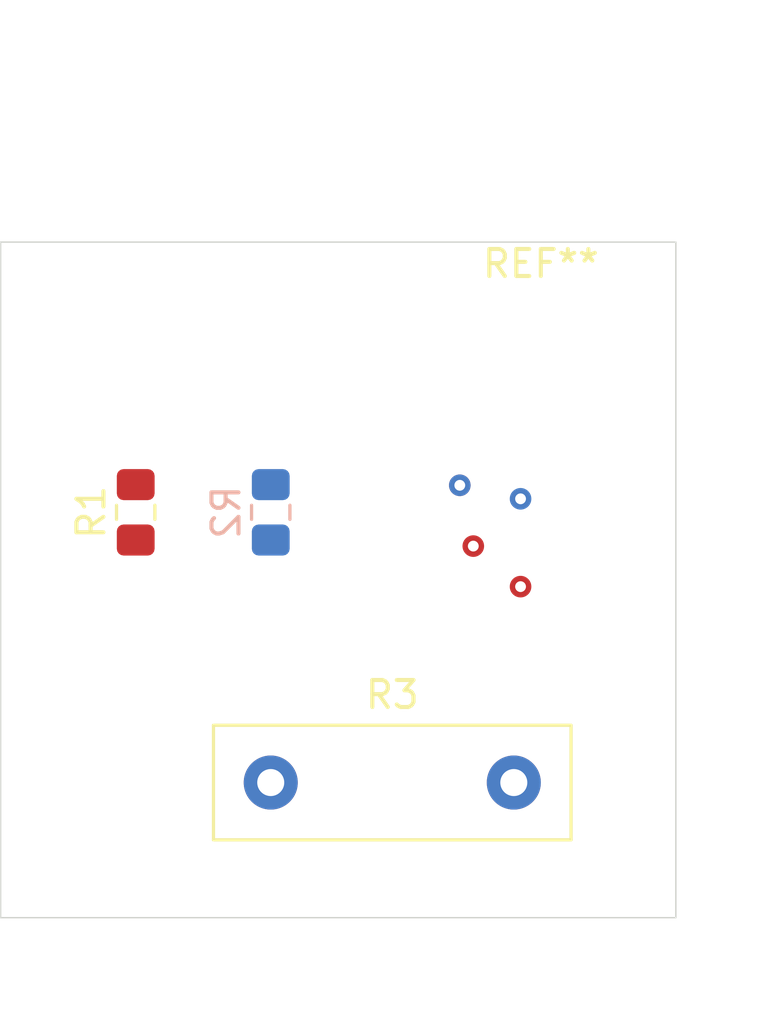
<source format=kicad_pcb>
(kicad_pcb (version 20171130) (host pcbnew 5.1.9+dfsg1-1~bpo10+1)

  (general
    (thickness 1.6)
    (drawings 4)
    (tracks 4)
    (zones 0)
    (modules 4)
    (nets 1)
  )

  (page A4)
  (layers
    (0 F.Cu signal)
    (1 El1 signal)
    (2 In2.Cu signal)
    (31 B.Cu signal)
    (32 B.Adhes user)
    (33 F.Adhes user)
    (34 B.Paste user)
    (35 F.Paste user)
    (36 B.SilkS user)
    (37 F.SilkS user)
    (38 B.Mask user)
    (39 F.Mask user)
    (40 Dwgs.User user)
    (41 Cmts.User user)
    (42 Eco1.User user)
    (43 Eco2.User user)
    (44 Edge.Cuts user)
    (45 Margin user)
    (46 B.CrtYd user)
    (47 F.CrtYd user)
    (48 B.Fab user)
    (49 F.Fab user)
  )

  (setup
    (last_trace_width 0.25)
    (trace_clearance 0.2)
    (zone_clearance 0.508)
    (zone_45_only no)
    (trace_min 0.2)
    (via_size 0.8)
    (via_drill 0.4)
    (via_min_size 0.4)
    (via_min_drill 0.3)
    (uvia_size 0.3)
    (uvia_drill 0.1)
    (uvias_allowed no)
    (uvia_min_size 0.2)
    (uvia_min_drill 0.1)
    (edge_width 0.05)
    (segment_width 0.2)
    (pcb_text_width 0.3)
    (pcb_text_size 1.5 1.5)
    (mod_edge_width 0.12)
    (mod_text_size 1 1)
    (mod_text_width 0.15)
    (pad_size 1.524 1.524)
    (pad_drill 0.762)
    (pad_to_mask_clearance 0.051)
    (solder_mask_min_width 0.25)
    (aux_axis_origin 0 0)
    (visible_elements FFFFFF7F)
    (pcbplotparams
      (layerselection 0x010fc_ffffffff)
      (usegerberextensions false)
      (usegerberattributes false)
      (usegerberadvancedattributes false)
      (creategerberjobfile false)
      (excludeedgelayer true)
      (linewidth 0.100000)
      (plotframeref false)
      (viasonmask false)
      (mode 1)
      (useauxorigin false)
      (hpglpennumber 1)
      (hpglpenspeed 20)
      (hpglpendiameter 15.000000)
      (psnegative false)
      (psa4output false)
      (plotreference true)
      (plotvalue true)
      (plotinvisibletext false)
      (padsonsilk false)
      (subtractmaskfromsilk false)
      (outputformat 1)
      (mirror false)
      (drillshape 1)
      (scaleselection 1)
      (outputdirectory ""))
  )

  (net 0 "")

  (net_class Default "Esta es la clase de red por defecto."
    (clearance 0.2)
    (trace_width 0.25)
    (via_dia 0.8)
    (via_drill 0.4)
    (uvia_dia 0.3)
    (uvia_drill 0.1)
  )

  (module MountingHole:MountingHole_2.1mm (layer F.Cu) (tedit 5B924765) (tstamp 5EBE1AA4)
    (at 120 29)
    (descr "Mounting Hole 2.1mm, no annular")
    (tags "mounting hole 2.1mm no annular")
    (attr virtual)
    (fp_text reference REF** (at 0 -3.2) (layer F.SilkS)
      (effects (font (size 1 1) (thickness 0.15)))
    )
    (fp_text value MountingHole_2.1mm (at 0 3.2) (layer F.Fab)
      (effects (font (size 1 1) (thickness 0.15)))
    )
    (fp_circle (center 0 0) (end 2.1 0) (layer Cmts.User) (width 0.15))
    (fp_circle (center 0 0) (end 2.35 0) (layer F.CrtYd) (width 0.05))
    (fp_text user %R (at 0.3 0) (layer F.Fab)
      (effects (font (size 1 1) (thickness 0.15)))
    )
    (pad "" np_thru_hole circle (at 0 0) (size 2.1 2.1) (drill 2.1) (layers *.Cu *.Mask))
  )

  (module Resistor_THT:R_Box_L13.0mm_W4.0mm_P9.00mm (layer F.Cu) (tedit 5AE5139B) (tstamp 5EA76EC0)
    (at 110 45)
    (descr "Resistor, Box series, Radial, pin pitch=9.00mm, 2W, length*width=13.0*4.0mm^2, http://www.produktinfo.conrad.com/datenblaetter/425000-449999/443860-da-01-de-METALLBAND_WIDERSTAND_0_1_OHM_5W_5Pr.pdf")
    (tags "Resistor Box series Radial pin pitch 9.00mm 2W length 13.0mm width 4.0mm")
    (fp_text reference R3 (at 4.5 -3.25) (layer F.SilkS)
      (effects (font (size 1 1) (thickness 0.15)))
    )
    (fp_text value R_Box_L13.0mm_W4.0mm_P9.00mm (at 4.5 3.25) (layer F.Fab)
      (effects (font (size 1 1) (thickness 0.15)))
    )
    (fp_line (start -2 -2) (end -2 2) (layer F.Fab) (width 0.1))
    (fp_line (start -2 2) (end 11 2) (layer F.Fab) (width 0.1))
    (fp_line (start 11 2) (end 11 -2) (layer F.Fab) (width 0.1))
    (fp_line (start 11 -2) (end -2 -2) (layer F.Fab) (width 0.1))
    (fp_line (start -2.12 -2.12) (end 11.12 -2.12) (layer F.SilkS) (width 0.12))
    (fp_line (start -2.12 2.12) (end 11.12 2.12) (layer F.SilkS) (width 0.12))
    (fp_line (start -2.12 -2.12) (end -2.12 2.12) (layer F.SilkS) (width 0.12))
    (fp_line (start 11.12 -2.12) (end 11.12 2.12) (layer F.SilkS) (width 0.12))
    (fp_line (start -2.25 -2.25) (end -2.25 2.25) (layer F.CrtYd) (width 0.05))
    (fp_line (start -2.25 2.25) (end 11.25 2.25) (layer F.CrtYd) (width 0.05))
    (fp_line (start 11.25 2.25) (end 11.25 -2.25) (layer F.CrtYd) (width 0.05))
    (fp_line (start 11.25 -2.25) (end -2.25 -2.25) (layer F.CrtYd) (width 0.05))
    (fp_text user 300 (at 4.5 0) (layer F.Fab)
      (effects (font (size 1 1) (thickness 0.15)))
    )
    (pad 2 thru_hole circle (at 9 0) (size 2 2) (drill 1) (layers *.Cu *.Mask))
    (pad 1 thru_hole circle (at 0 0) (size 2 2) (drill 1) (layers *.Cu *.Mask))
    (model ${KISYS3DMOD}/Resistor_THT.3dshapes/R_Box_L13.0mm_W4.0mm_P9.00mm.wrl
      (at (xyz 0 0 0))
      (scale (xyz 1 1 1))
      (rotate (xyz 0 0 0))
    )
  )

  (module Resistor_SMD:R_0805_2012Metric_Pad1.15x1.40mm_HandSolder (layer B.Cu) (tedit 5B36C52B) (tstamp 5EA76DE9)
    (at 110 35 270)
    (descr "Resistor SMD 0805 (2012 Metric), square (rectangular) end terminal, IPC_7351 nominal with elongated pad for handsoldering. (Body size source: https://docs.google.com/spreadsheets/d/1BsfQQcO9C6DZCsRaXUlFlo91Tg2WpOkGARC1WS5S8t0/edit?usp=sharing), generated with kicad-footprint-generator")
    (tags "resistor handsolder")
    (attr smd)
    (fp_text reference R2 (at 0 1.65 270) (layer B.SilkS)
      (effects (font (size 1 1) (thickness 0.15)) (justify mirror))
    )
    (fp_text value R_0805_2012Metric_Pad1.15x1.40mm_HandSolder (at 0 -1.65 270) (layer B.Fab)
      (effects (font (size 1 1) (thickness 0.15)) (justify mirror))
    )
    (fp_line (start -1 -0.6) (end -1 0.6) (layer B.Fab) (width 0.1))
    (fp_line (start -1 0.6) (end 1 0.6) (layer B.Fab) (width 0.1))
    (fp_line (start 1 0.6) (end 1 -0.6) (layer B.Fab) (width 0.1))
    (fp_line (start 1 -0.6) (end -1 -0.6) (layer B.Fab) (width 0.1))
    (fp_line (start -0.261252 0.71) (end 0.261252 0.71) (layer B.SilkS) (width 0.12))
    (fp_line (start -0.261252 -0.71) (end 0.261252 -0.71) (layer B.SilkS) (width 0.12))
    (fp_line (start -1.85 -0.95) (end -1.85 0.95) (layer B.CrtYd) (width 0.05))
    (fp_line (start -1.85 0.95) (end 1.85 0.95) (layer B.CrtYd) (width 0.05))
    (fp_line (start 1.85 0.95) (end 1.85 -0.95) (layer B.CrtYd) (width 0.05))
    (fp_line (start 1.85 -0.95) (end -1.85 -0.95) (layer B.CrtYd) (width 0.05))
    (fp_text user 150 (at 0 0 270) (layer B.Fab)
      (effects (font (size 0.5 0.5) (thickness 0.08)) (justify mirror))
    )
    (pad 2 smd roundrect (at 1.025 0 270) (size 1.15 1.4) (layers B.Cu B.Paste B.Mask) (roundrect_rratio 0.217391))
    (pad 1 smd roundrect (at -1.025 0 270) (size 1.15 1.4) (layers B.Cu B.Paste B.Mask) (roundrect_rratio 0.217391))
    (model ${KISYS3DMOD}/Resistor_SMD.3dshapes/R_0805_2012Metric.wrl
      (at (xyz 0 0 0))
      (scale (xyz 1 1 1))
      (rotate (xyz 0 0 0))
    )
  )

  (module Resistor_SMD:R_0805_2012Metric_Pad1.15x1.40mm_HandSolder (layer F.Cu) (tedit 5B36C52B) (tstamp 5EA76D80)
    (at 105 35 90)
    (descr "Resistor SMD 0805 (2012 Metric), square (rectangular) end terminal, IPC_7351 nominal with elongated pad for handsoldering. (Body size source: https://docs.google.com/spreadsheets/d/1BsfQQcO9C6DZCsRaXUlFlo91Tg2WpOkGARC1WS5S8t0/edit?usp=sharing), generated with kicad-footprint-generator")
    (tags "resistor handsolder")
    (attr smd)
    (fp_text reference R1 (at 0 -1.65 90) (layer F.SilkS)
      (effects (font (size 1 1) (thickness 0.15)))
    )
    (fp_text value R_0805_2012Metric_Pad1.15x1.40mm_HandSolder (at 0 1.65 90) (layer F.Fab)
      (effects (font (size 1 1) (thickness 0.15)))
    )
    (fp_line (start -1 0.6) (end -1 -0.6) (layer F.Fab) (width 0.1))
    (fp_line (start -1 -0.6) (end 1 -0.6) (layer F.Fab) (width 0.1))
    (fp_line (start 1 -0.6) (end 1 0.6) (layer F.Fab) (width 0.1))
    (fp_line (start 1 0.6) (end -1 0.6) (layer F.Fab) (width 0.1))
    (fp_line (start -0.261252 -0.71) (end 0.261252 -0.71) (layer F.SilkS) (width 0.12))
    (fp_line (start -0.261252 0.71) (end 0.261252 0.71) (layer F.SilkS) (width 0.12))
    (fp_line (start -1.85 0.95) (end -1.85 -0.95) (layer F.CrtYd) (width 0.05))
    (fp_line (start -1.85 -0.95) (end 1.85 -0.95) (layer F.CrtYd) (width 0.05))
    (fp_line (start 1.85 -0.95) (end 1.85 0.95) (layer F.CrtYd) (width 0.05))
    (fp_line (start 1.85 0.95) (end -1.85 0.95) (layer F.CrtYd) (width 0.05))
    (fp_text user 100 (at 0 0 90) (layer F.Fab)
      (effects (font (size 0.5 0.5) (thickness 0.08)))
    )
    (pad 2 smd roundrect (at 1.025 0 90) (size 1.15 1.4) (layers F.Cu F.Paste F.Mask) (roundrect_rratio 0.217391))
    (pad 1 smd roundrect (at -1.025 0 90) (size 1.15 1.4) (layers F.Cu F.Paste F.Mask) (roundrect_rratio 0.217391))
    (model ${KISYS3DMOD}/Resistor_SMD.3dshapes/R_0805_2012Metric.wrl
      (at (xyz 0 0 0))
      (scale (xyz 1 1 1))
      (rotate (xyz 0 0 0))
    )
  )

  (gr_line (start 100 25) (end 100 50) (layer Edge.Cuts) (width 0.05) (tstamp 5EA7192F))
  (gr_line (start 100 50) (end 125 50) (layer Edge.Cuts) (width 0.05))
  (gr_line (start 125 25) (end 125 50) (layer Edge.Cuts) (width 0.05) (tstamp 5EA76EFC))
  (gr_line (start 100 25) (end 125 25) (layer Edge.Cuts) (width 0.05) (tstamp 5EA76F1D))

  (via blind (at 117.5 36.25) (size 0.8) (drill 0.4) (layers F.Cu In2.Cu) (net 0))
  (via blind (at 119.25 37.75) (size 0.8) (drill 0.4) (layers F.Cu In1.Cu) (net 0))
  (via blind (at 120.75 36.25) (size 0.8) (drill 0.4) (layers In1.Cu In2.Cu) (net 0))
  (via blind (at 119.25 34.5) (size 0.8) (drill 0.4) (layers In2.Cu B.Cu) (net 0))
  (via (at 117 34) (size 0.8) (drill 0.4) (layers F.Cu B.Cu) (net 0))
  
)

</source>
